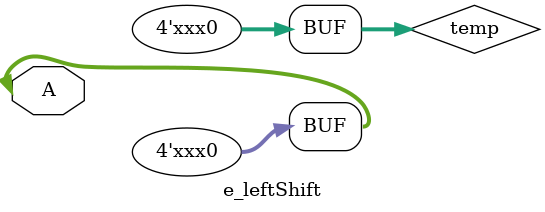
<source format=v>
`timescale 1ns / 1ps
module e_leftShift(input [3:0] A);

reg [3:0] temp;
always @(*)
begin
   temp=temp<<1;
end
assign A=temp;
endmodule
</source>
